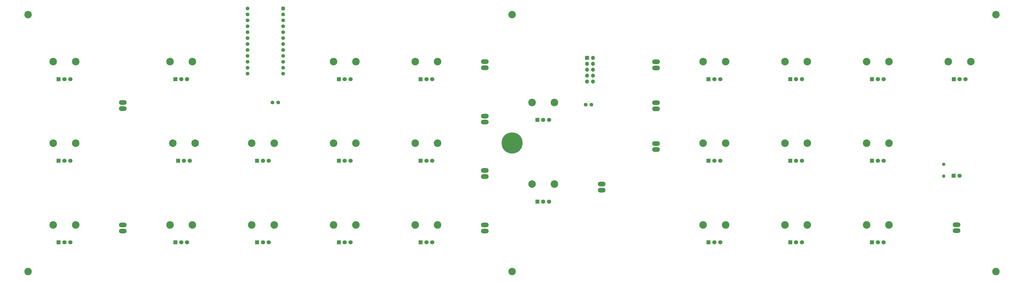
<source format=gbr>
%TF.GenerationSoftware,KiCad,Pcbnew,(5.1.7-0-10_14)*%
%TF.CreationDate,2020-11-05T11:53:55-03:00*%
%TF.ProjectId,MiniMood,4d696e69-4d6f-46f6-942e-6b696361645f,1*%
%TF.SameCoordinates,Original*%
%TF.FileFunction,Soldermask,Top*%
%TF.FilePolarity,Negative*%
%FSLAX46Y46*%
G04 Gerber Fmt 4.6, Leading zero omitted, Abs format (unit mm)*
G04 Created by KiCad (PCBNEW (5.1.7-0-10_14)) date 2020-11-05 11:53:55*
%MOMM*%
%LPD*%
G01*
G04 APERTURE LIST*
%ADD10O,3.300000X2.000000*%
%ADD11C,1.600000*%
%ADD12R,1.600000X1.600000*%
%ADD13R,1.800000X1.800000*%
%ADD14C,1.800000*%
%ADD15C,3.240000*%
%ADD16C,3.200000*%
%ADD17C,9.000000*%
%ADD18O,1.700000X1.700000*%
%ADD19R,1.700000X1.700000*%
%ADD20C,1.400000*%
%ADD21O,1.400000X1.400000*%
G04 APERTURE END LIST*
D10*
%TO.C,SW2*%
X64550000Y-116790000D03*
X64550000Y-114190000D03*
%TD*%
%TO.C,SW1*%
X64550000Y-64290000D03*
X64550000Y-61690000D03*
%TD*%
%TO.C,SW3*%
X219550000Y-46790000D03*
X219550000Y-44190000D03*
%TD*%
%TO.C,SW4*%
X219550000Y-70123333D03*
X219550000Y-67523333D03*
%TD*%
%TO.C,SW5*%
X219550000Y-93456666D03*
X219550000Y-90856666D03*
%TD*%
%TO.C,SW6*%
X219550000Y-116790000D03*
X219550000Y-114190000D03*
%TD*%
%TO.C,SW7*%
X269550000Y-99290000D03*
X269550000Y-96690000D03*
%TD*%
%TO.C,SW8*%
X292850000Y-46890000D03*
X292850000Y-44290000D03*
%TD*%
%TO.C,SW9*%
X292850000Y-64390000D03*
X292850000Y-61790000D03*
%TD*%
%TO.C,SW10*%
X292850000Y-81890000D03*
X292850000Y-79290000D03*
%TD*%
%TO.C,SW11*%
X421550000Y-116690000D03*
X421550000Y-114090000D03*
%TD*%
D11*
%TO.C,U3*%
X117930000Y-21430000D03*
X117930000Y-23970000D03*
X117930000Y-26510000D03*
X117930000Y-29050000D03*
X117930000Y-31590000D03*
X117930000Y-34130000D03*
X117930000Y-36670000D03*
X117930000Y-39210000D03*
X117930000Y-41750000D03*
X117930000Y-44290000D03*
X117930000Y-46830000D03*
X117930000Y-49370000D03*
X133170000Y-49370000D03*
X133170000Y-46830000D03*
X133170000Y-44290000D03*
X133170000Y-41750000D03*
X133170000Y-39210000D03*
X133170000Y-36670000D03*
X133170000Y-34130000D03*
X133170000Y-31590000D03*
X133170000Y-29050000D03*
X133170000Y-26510000D03*
X133170000Y-23970000D03*
D12*
X133170000Y-21430000D03*
%TD*%
D13*
%TO.C,pot1*%
X37050000Y-51690000D03*
D14*
X39550000Y-51690000D03*
X42050000Y-51690000D03*
D15*
X44350000Y-44190000D03*
X34750000Y-44190000D03*
%TD*%
D13*
%TO.C,pot3*%
X37050000Y-121690000D03*
D14*
X39550000Y-121690000D03*
X42050000Y-121690000D03*
D15*
X44350000Y-114190000D03*
X34750000Y-114190000D03*
%TD*%
D13*
%TO.C,pot2*%
X37050000Y-86690000D03*
D14*
X39550000Y-86690000D03*
X42050000Y-86690000D03*
D15*
X44350000Y-79190000D03*
X34750000Y-79190000D03*
%TD*%
D13*
%TO.C,pot4*%
X87050000Y-51690000D03*
D14*
X89550000Y-51690000D03*
X92050000Y-51690000D03*
D15*
X94350000Y-44190000D03*
X84750000Y-44190000D03*
%TD*%
D13*
%TO.C,pot5*%
X88225001Y-86690000D03*
D14*
X90725001Y-86690000D03*
X93225001Y-86690000D03*
D15*
X95525001Y-79190000D03*
X85925001Y-79190000D03*
%TD*%
D13*
%TO.C,pot6*%
X87050000Y-121690000D03*
D14*
X89550000Y-121690000D03*
X92050000Y-121690000D03*
D15*
X94350000Y-114190000D03*
X84750000Y-114190000D03*
%TD*%
D13*
%TO.C,pot7*%
X122050000Y-86690000D03*
D14*
X124550000Y-86690000D03*
X127050000Y-86690000D03*
D15*
X129350000Y-79190000D03*
X119750000Y-79190000D03*
%TD*%
D13*
%TO.C,pot8*%
X122050000Y-121690000D03*
D14*
X124550000Y-121690000D03*
X127050000Y-121690000D03*
D15*
X129350000Y-114190000D03*
X119750000Y-114190000D03*
%TD*%
D13*
%TO.C,pot9*%
X157050000Y-51690000D03*
D14*
X159550000Y-51690000D03*
X162050000Y-51690000D03*
D15*
X164350000Y-44190000D03*
X154750000Y-44190000D03*
%TD*%
D13*
%TO.C,pot10*%
X157050000Y-86690000D03*
D14*
X159550000Y-86690000D03*
X162050000Y-86690000D03*
D15*
X164350000Y-79190000D03*
X154750000Y-79190000D03*
%TD*%
D13*
%TO.C,pot11*%
X157050000Y-121690000D03*
D14*
X159550000Y-121690000D03*
X162050000Y-121690000D03*
D15*
X164350000Y-114190000D03*
X154750000Y-114190000D03*
%TD*%
D13*
%TO.C,pot12*%
X192050000Y-51690000D03*
D14*
X194550000Y-51690000D03*
X197050000Y-51690000D03*
D15*
X199350000Y-44190000D03*
X189750000Y-44190000D03*
%TD*%
D13*
%TO.C,pot13*%
X192050000Y-86690000D03*
D14*
X194550000Y-86690000D03*
X197050000Y-86690000D03*
D15*
X199350000Y-79190000D03*
X189750000Y-79190000D03*
%TD*%
D13*
%TO.C,pot14*%
X192050000Y-121690000D03*
D14*
X194550000Y-121690000D03*
X197050000Y-121690000D03*
D15*
X199350000Y-114190000D03*
X189750000Y-114190000D03*
%TD*%
D13*
%TO.C,pot15*%
X242050000Y-69190000D03*
D14*
X244550000Y-69190000D03*
X247050000Y-69190000D03*
D15*
X249350000Y-61690000D03*
X239750000Y-61690000D03*
%TD*%
D13*
%TO.C,pot16*%
X242050000Y-104190000D03*
D14*
X244550000Y-104190000D03*
X247050000Y-104190000D03*
D15*
X249350000Y-96690000D03*
X239750000Y-96690000D03*
%TD*%
D13*
%TO.C,pot17*%
X315350000Y-51690000D03*
D14*
X317850000Y-51690000D03*
X320350000Y-51690000D03*
D15*
X322650000Y-44190000D03*
X313050000Y-44190000D03*
%TD*%
D13*
%TO.C,pot18*%
X315350000Y-86690000D03*
D14*
X317850000Y-86690000D03*
X320350000Y-86690000D03*
D15*
X322650000Y-79190000D03*
X313050000Y-79190000D03*
%TD*%
D13*
%TO.C,pot19*%
X315350000Y-121690000D03*
D14*
X317850000Y-121690000D03*
X320350000Y-121690000D03*
D15*
X322650000Y-114190000D03*
X313050000Y-114190000D03*
%TD*%
D13*
%TO.C,pot20*%
X350350000Y-51690000D03*
D14*
X352850000Y-51690000D03*
X355350000Y-51690000D03*
D15*
X357650000Y-44190000D03*
X348050000Y-44190000D03*
%TD*%
D13*
%TO.C,pot21*%
X350350000Y-86690000D03*
D14*
X352850000Y-86690000D03*
X355350000Y-86690000D03*
D15*
X357650000Y-79190000D03*
X348050000Y-79190000D03*
%TD*%
D13*
%TO.C,pot22*%
X350350000Y-121690000D03*
D14*
X352850000Y-121690000D03*
X355350000Y-121690000D03*
D15*
X357650000Y-114190000D03*
X348050000Y-114190000D03*
%TD*%
D13*
%TO.C,pot23*%
X385350000Y-51690000D03*
D14*
X387850000Y-51690000D03*
X390350000Y-51690000D03*
D15*
X392650000Y-44190000D03*
X383050000Y-44190000D03*
%TD*%
D13*
%TO.C,pot24*%
X385350000Y-86690000D03*
D14*
X387850000Y-86690000D03*
X390350000Y-86690000D03*
D15*
X392650000Y-79190000D03*
X383050000Y-79190000D03*
%TD*%
D13*
%TO.C,pot25*%
X385350000Y-121690000D03*
D14*
X387850000Y-121690000D03*
X390350000Y-121690000D03*
D15*
X392650000Y-114190000D03*
X383050000Y-114190000D03*
%TD*%
D13*
%TO.C,pot26*%
X420350000Y-51690000D03*
D14*
X422850000Y-51690000D03*
X425350000Y-51690000D03*
D15*
X427650000Y-44190000D03*
X418050000Y-44190000D03*
%TD*%
D16*
%TO.C,REF\u002A\u002A*%
X231200000Y-24000000D03*
%TD*%
%TO.C,REF\u002A\u002A*%
X231200000Y-134190000D03*
%TD*%
%TO.C,REF\u002A\u002A*%
X438420000Y-134190000D03*
%TD*%
%TO.C,REF\u002A\u002A*%
X23990000Y-134190000D03*
%TD*%
%TO.C,REF\u002A\u002A*%
X23990000Y-24000000D03*
%TD*%
%TO.C,REF\u002A\u002A*%
X438420000Y-24000000D03*
%TD*%
D17*
%TO.C,REF\u002A\u002A*%
X231200000Y-79090000D03*
%TD*%
D14*
%TO.C,D1*%
X422815000Y-93090000D03*
D13*
X420275000Y-93090000D03*
%TD*%
D18*
%TO.C,J1*%
X265890000Y-52750000D03*
X263350000Y-52750000D03*
X265890000Y-50210000D03*
X263350000Y-50210000D03*
X265890000Y-47670000D03*
X263350000Y-47670000D03*
X265890000Y-45130000D03*
X263350000Y-45130000D03*
X265890000Y-42590000D03*
D19*
X263350000Y-42590000D03*
%TD*%
D11*
%TO.C,C3*%
X131080000Y-61720000D03*
X128580000Y-61720000D03*
%TD*%
%TO.C,C4*%
X265220000Y-62640000D03*
X262720000Y-62640000D03*
%TD*%
D20*
%TO.C,R2*%
X416080000Y-88170000D03*
D21*
X416080000Y-93250000D03*
%TD*%
M02*

</source>
